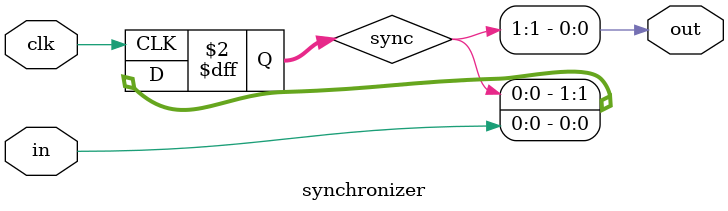
<source format=v>
module synchronizer(input clk, input in, output out);
   reg [1:0] sync;
   always @(posedge clk) sync <= {sync[0], in};
   assign out = sync[1];
endmodule

</source>
